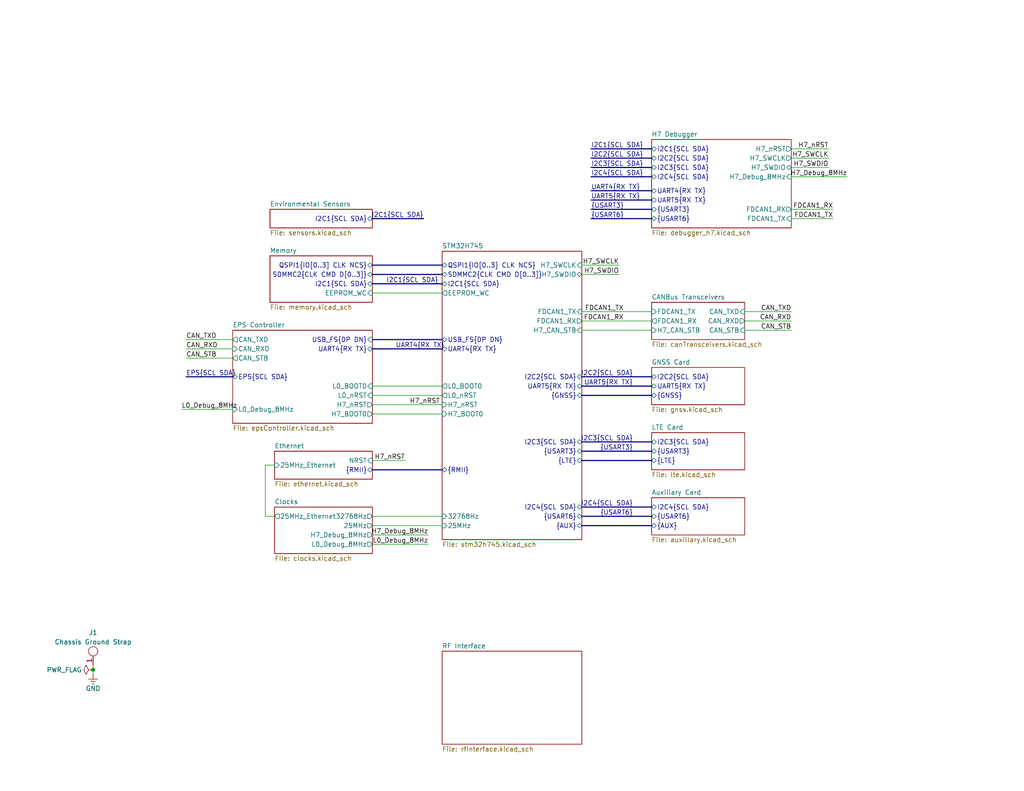
<source format=kicad_sch>
(kicad_sch (version 20250114) (generator "eeschema") (generator_version "9.0")
  (paper "USLetter")
  (title_block (title "System Diagram") (date "2025-03-31") (rev "1") (comment 2 "PROTOTYPE") (comment 3 "2025"))
  (lib_symbols
    (symbol "lib_pwr:GND" (power) (pin_numbers (hide yes)) (pin_names (offset 0) (hide yes))
      (property "Value" "GND" (at 0 -3.81 0))
      (symbol "GND_0_1"
        (polyline (pts (xy -1.27 -1.27) (xy -1.27 -1.27)))
        (polyline (pts (xy -0.635 -1.905) (xy 0.635 -1.905)))
        (polyline (pts (xy -0.254 -2.54) (xy -0.254 -2.54)))
        (polyline (pts (xy -0.254 -2.54) (xy 0.254 -2.54)))
        (polyline (pts (xy 0 0) (xy 0 -1.27)))
        (polyline (pts (xy 1.27 -1.27) (xy -1.27 -1.27)))
      )
      (symbol "GND_1_1"
        (pin power_in line (at 0 0 270) (length 0) (name "~") (number "1"))
      )
    )
    (symbol "lib_pwr:PWR_FLAG" (power) (pin_numbers (hide yes)) (pin_names (offset 0) (hide yes))
      (property "Value" "PWR_FLAG" (at 0 3.81 0))
      (symbol "PWR_FLAG_0_1"
        (polyline (pts (xy 0 1.27) (xy -1.27 1.905) (xy 0 2.54) (xy 1.27 1.905) (xy 0 1.27)))
        (polyline (pts (xy 0 0) (xy 0 1.27)))
      )
      (symbol "PWR_FLAG_1_1"
        (pin power_out line (at 0 0 90) (length 0) (name "~") (number "1"))
      )
    )
    (symbol "lib_sch:Mounting-Hole"
      (property "Reference" "J" (at 0 4.445 0))
      (property "Value" "VAL" (at 0 2.54 0))
      (symbol "Mounting-Hole_0_1"
        (circle (center 0 0) (radius 1.27))
      )
      (symbol "Mounting-Hole_1_1"
        (pin passive line (at 0 -3.81 90) (length 2.54) (name "") (number "1"))
      )
    )
  )
  (bus_alias "USART3" (members "USART3.TX" "USART3.RX" "USART3.CK" "USART3.CTS" "USART3.RTS"))
  (bus_alias "USART6" (members "USART6.TX" "USART6.RX" "USART6.CK" "USART6.CTS" "USART6.RTS"))
  (junction (at 25.4 182.88))
  (bus (pts (xy 161.29 54.61) (xy 177.8 54.61)))
  (wire (pts (xy 101.6 113.03) (xy 120.65 113.03)))
  (wire (pts (xy 215.9 45.72) (xy 226.06 45.72)))
  (wire (pts (xy 101.6 125.73) (xy 110.49 125.73)))
  (wire (pts (xy 101.6 110.49) (xy 120.65 110.49)))
  (wire (pts (xy 203.2 90.17) (xy 215.9 90.17)))
  (bus (pts (xy 158.75 143.51) (xy 177.8 143.51)))
  (bus (pts (xy 161.29 40.64) (xy 177.8 40.64)))
  (bus (pts (xy 161.29 52.07) (xy 177.8 52.07)))
  (wire (pts (xy 215.9 40.64) (xy 226.06 40.64)))
  (wire (pts (xy 158.75 74.93) (xy 168.91 74.93)))
  (wire (pts (xy 158.75 72.39) (xy 168.91 72.39)))
  (bus (pts (xy 161.29 59.69) (xy 177.8 59.69)))
  (wire (pts (xy 215.9 48.26) (xy 231.14 48.26)))
  (wire (pts (xy 63.5 95.25) (xy 50.8 95.25)))
  (bus (pts (xy 161.29 48.26) (xy 177.8 48.26)))
  (bus (pts (xy 101.6 77.47) (xy 120.65 77.47)))
  (bus (pts (xy 161.29 43.18) (xy 177.8 43.18)))
  (wire (pts (xy 101.6 140.97) (xy 120.65 140.97)))
  (bus (pts (xy 158.75 107.95) (xy 177.8 107.95)))
  (bus (pts (xy 161.29 45.72) (xy 177.8 45.72)))
  (wire (pts (xy 215.9 59.69) (xy 227.33 59.69)))
  (wire (pts (xy 63.5 92.71) (xy 50.8 92.71)))
  (wire (pts (xy 25.4 181.61) (xy 25.4 182.88)))
  (bus (pts (xy 158.75 102.87) (xy 177.8 102.87)))
  (bus (pts (xy 50.8 102.87) (xy 63.5 102.87)))
  (wire (pts (xy 74.93 140.97) (xy 72.39 140.97)))
  (bus (pts (xy 101.6 92.71) (xy 120.65 92.71)))
  (wire (pts (xy 72.39 127) (xy 74.93 127)))
  (bus (pts (xy 158.75 138.43) (xy 177.8 138.43)))
  (bus (pts (xy 115.57 59.69) (xy 101.6 59.69)))
  (bus (pts (xy 158.75 125.73) (xy 177.8 125.73)))
  (wire (pts (xy 101.6 107.95) (xy 120.65 107.95)))
  (wire (pts (xy 101.6 80.01) (xy 120.65 80.01)))
  (wire (pts (xy 25.4 184.15) (xy 25.4 182.88)))
  (bus (pts (xy 158.75 105.41) (xy 177.8 105.41)))
  (bus (pts (xy 161.29 57.15) (xy 177.8 57.15)))
  (bus (pts (xy 120.65 128.27) (xy 101.6 128.27)))
  (wire (pts (xy 63.5 97.79) (xy 50.8 97.79)))
  (wire (pts (xy 101.6 105.41) (xy 120.65 105.41)))
  (wire (pts (xy 101.6 143.51) (xy 120.65 143.51)))
  (bus (pts (xy 101.6 72.39) (xy 120.65 72.39)))
  (wire (pts (xy 203.2 87.63) (xy 215.9 87.63)))
  (bus (pts (xy 158.75 120.65) (xy 177.8 120.65)))
  (wire (pts (xy 158.75 87.63) (xy 177.8 87.63)))
  (wire (pts (xy 72.39 140.97) (xy 72.39 127)))
  (wire (pts (xy 215.9 57.15) (xy 227.33 57.15)))
  (wire (pts (xy 158.75 85.09) (xy 177.8 85.09)))
  (bus (pts (xy 101.6 74.93) (xy 120.65 74.93)))
  (wire (pts (xy 203.2 85.09) (xy 215.9 85.09)))
  (wire (pts (xy 215.9 43.18) (xy 226.06 43.18)))
  (bus (pts (xy 158.75 123.19) (xy 177.8 123.19)))
  (wire (pts (xy 158.75 90.17) (xy 177.8 90.17)))
  (wire (pts (xy 101.6 148.59) (xy 116.84 148.59)))
  (wire (pts (xy 101.6 146.05) (xy 116.84 146.05)))
  (wire (pts (xy 49.53 111.76) (xy 63.5 111.76)))
  (bus (pts (xy 158.75 140.97) (xy 177.8 140.97)))
  (bus (pts (xy 101.6 95.25) (xy 120.65 95.25)))
  (label "H7_SWDIO" (at 226.06 45.72 180))
  (label "CAN_TXD" (at 50.8 92.71 0))
  (label "CAN_STB" (at 50.8 97.79 0))
  (label "UART4{RX TX}" (at 161.29 52.07 0))
  (label "{USART6}" (at 172.72 140.97 180))
  (label "CAN_RXD" (at 215.9 87.63 180))
  (label "FDCAN1_RX" (at 227.33 57.15 180))
  (label "UART5{RX TX}" (at 161.29 54.61 0))
  (label "I2C3{SCL SDA}" (at 172.72 120.65 180))
  (label "I2C3{SCL SDA}" (at 161.29 45.72 0))
  (label "H7_SWDIO" (at 168.91 74.93 180))
  (label "H7_nRST" (at 226.06 40.64 180))
  (label "H7_SWCLK" (at 168.91 72.39 180))
  (label "EPS{SCL SDA}" (at 50.8 102.87 0))
  (label "CAN_RXD" (at 50.8 95.25 0))
  (label "FDCAN1_TX" (at 227.33 59.69 180))
  (label "CAN_STB" (at 215.9 90.17 180))
  (label "{USART3}" (at 172.72 123.19 180))
  (label "I2C4{SCL SDA}" (at 172.72 138.43 180))
  (label "UART5{RX TX}" (at 172.72 105.41 180))
  (label "{USART3}" (at 161.29 57.15 0))
  (label "I2C1{SCL SDA}" (at 161.29 40.64 0))
  (label "H7_nRST" (at 111.76 110.49 0))
  (label "L0_Debug_8MHz" (at 116.84 148.59 180))
  (label "I2C2{SCL SDA}" (at 161.29 43.18 0))
  (label "CAN_TXD" (at 215.9 85.09 180))
  (label "FDCAN1_RX" (at 170.18 87.63 180))
  (label "H7_SWCLK" (at 226.06 43.18 180))
  (label "{USART6}" (at 161.29 59.69 0))
  (label "L0_Debug_8MHz" (at 49.53 111.76 0))
  (label "FDCAN1_TX" (at 170.18 85.09 180))
  (label "I2C1{SCL SDA}" (at 115.57 59.69 180))
  (label "H7_Debug_8MHz" (at 116.84 146.05 180))
  (label "H7_nRST" (at 110.49 125.73 180))
  (label "I2C4{SCL SDA}" (at 161.29 48.26 0))
  (label "H7_Debug_8MHz" (at 231.14 48.26 180))
  (label "I2C2{SCL SDA}" (at 172.72 102.87 180))
  (label "UART4{RX TX}" (at 107.95 95.25 0))
  (label "I2C1{SCL SDA}" (at 105.41 77.47 0))
  (symbol (lib_id "lib_sch:Mounting-Hole") (at 25.4 177.8 0) (unit 1)
    (property "Reference" "J1" (at 25.4 172.72 0))
    (property "Value" "Chassis Ground Strap" (at 25.4 175.26 0))
    (property "Footprint" "lib_misc:M4.5-MH" (effects (hide yes)))
    (property "Datasheet" "datasheets/Parker-Chomerics-CHO-STRAP.pdf" (effects (hide yes)))
    (property "Description" "GROUND BRAID FLAT 0.5\" X 0.3'" (effects (hide yes)))
    (property "Manufacturer" "Parker Chomerics" (effects (hide yes)))
    (property "MPN" "L-1011-3" (effects (hide yes)))
    (property "DKPN" "1944-L-1011-3-ND" (effects (hide yes)))
  )
  (symbol (lib_id "lib_pwr:GND") (at 25.4 184.15 0) (unit 1)
    (property "Reference" "#PWR01" (effects (hide yes)))
    (property "Value" "GND" (at 25.4 187.96 0))
  )
  (symbol (lib_id "lib_pwr:PWR_FLAG") (at 25.4 182.88 90) (unit 1)
    (property "Reference" "#FLG01" (effects (hide yes)))
    (property "Value" "PWR_FLAG" (at 22.352 182.88 90) (effects (justify left)))
    (property "Description" "Special symbol for telling ERC where power comes from" (effects (hide yes)))
  )
  (sheet (at 63.5 90.17) (size 38.1 25.4) (stroke (width 0.1524))
    (property "Sheetname" "EPS Controller" (at 63.5 89.4584 0) (effects (justify left bottom)))
    (property "Sheetfile" "epsController.kicad_sch" (at 63.5 116.1546 0) (effects (justify left top)))
    (pin "UART4{RX TX}" bidirectional (at 101.6 95.25 0))
    (pin "L0_BOOT0" input (at 101.6 105.41 0))
    (pin "H7_nRST" output (at 101.6 110.49 0))
    (pin "H7_BOOT0" output (at 101.6 113.03 0))
    (pin "USB_FS{DP DN}" input (at 101.6 92.71 0))
    (pin "CAN_STB" output (at 63.5 97.79 180))
    (pin "EPS{SCL SDA}" bidirectional (at 63.5 102.87 180))
    (pin "L0_nRST" input (at 101.6 107.95 0))
    (pin "L0_Debug_8MHz" input (at 63.5 111.76 180))
    (pin "CAN_TXD" output (at 63.5 92.71 180))
    (pin "CAN_RXD" input (at 63.5 95.25 180))
  )
  (sheet (at 120.65 68.58) (size 38.1 78.74) (stroke (width 0.1524))
    (property "Sheetname" "STM32H745" (at 120.65 67.8684 0) (effects (justify left bottom)))
    (property "Sheetfile" "stm32h745.kicad_sch" (at 120.65 147.9046 0) (effects (justify left top)))
    (pin "I2C1{SCL SDA}" bidirectional (at 120.65 77.47 180))
    (pin "UART5{RX TX}" bidirectional (at 158.75 105.41 0))
    (pin "I2C4{SCL SDA}" bidirectional (at 158.75 138.43 0))
    (pin "USB_FS{DP DN}" bidirectional (at 120.65 92.71 180))
    (pin "32768Hz" input (at 120.65 140.97 180))
    (pin "SDMMC2{CLK CMD D[0..3]}" bidirectional (at 120.65 74.93 180))
    (pin "I2C3{SCL SDA}" bidirectional (at 158.75 120.65 0))
    (pin "QSPI1{IO[0..3] CLK NCS}" bidirectional (at 120.65 72.39 180))
    (pin "UART4{RX TX}" bidirectional (at 120.65 95.25 180))
    (pin "25MHz" input (at 120.65 143.51 180))
    (pin "I2C2{SCL SDA}" bidirectional (at 158.75 102.87 0))
    (pin "{RMII}" bidirectional (at 120.65 128.27 180))
    (pin "{USART6}" bidirectional (at 158.75 140.97 0))
    (pin "{USART3}" bidirectional (at 158.75 123.19 0))
    (pin "{GNSS}" bidirectional (at 158.75 107.95 0))
    (pin "{LTE}" bidirectional (at 158.75 125.73 0))
    (pin "{AUX}" bidirectional (at 158.75 143.51 0))
    (pin "EEPROM_WC" output (at 120.65 80.01 180))
    (pin "L0_BOOT0" output (at 120.65 105.41 180))
    (pin "H7_nRST" input (at 120.65 110.49 180))
    (pin "H7_BOOT0" input (at 120.65 113.03 180))
    (pin "FDCAN1_TX" input (at 158.75 85.09 0))
    (pin "FDCAN1_RX" output (at 158.75 87.63 0))
    (pin "H7_CAN_STB" input (at 158.75 90.17 0))
    (pin "L0_nRST" output (at 120.65 107.95 180))
    (pin "H7_SWDIO" bidirectional (at 158.75 74.93 0))
    (pin "H7_SWCLK" input (at 158.75 72.39 0))
  )
  (sheet (at 73.66 57.15) (size 27.94 5.08) (stroke (width 0.1524))
    (property "Sheetname" "Environmental Sensors" (at 73.66 56.4384 0) (effects (justify left bottom)))
    (property "Sheetfile" "sensors.kicad_sch" (at 73.66 62.8146 0) (effects (justify left top)))
    (pin "I2C1{SCL SDA}" bidirectional (at 101.6 59.69 0))
  )
  (sheet (at 177.8 135.89) (size 25.4 10.16) (stroke (width 0.1524))
    (property "Sheetname" "Auxiliary Card" (at 177.8 135.1784 0) (effects (justify left bottom)))
    (property "Sheetfile" "auxillary.kicad_sch" (at 177.8 146.6346 0) (effects (justify left top)))
    (pin "I2C4{SCL SDA}" bidirectional (at 177.8 138.43 180))
    (pin "{USART6}" bidirectional (at 177.8 140.97 180))
    (pin "{AUX}" bidirectional (at 177.8 143.51 180))
  )
  (sheet (at 74.93 123.19) (size 26.67 7.62) (stroke (width 0.1524))
    (property "Sheetname" "Ethernet" (at 74.93 122.4784 0) (effects (justify left bottom)))
    (property "Sheetfile" "ethernet.kicad_sch" (at 74.93 131.3946 0) (effects (justify left top)))
    (pin "NRST" input (at 101.6 125.73 0))
    (pin "25MHz_Ethernet" input (at 74.93 127 180))
    (pin "{RMII}" bidirectional (at 101.6 128.27 0))
  )
  (sheet (at 74.93 138.43) (size 26.67 12.7) (stroke (width 0.1524))
    (property "Sheetname" "Clocks" (at 74.93 137.7184 0) (effects (justify left bottom)))
    (property "Sheetfile" "clocks.kicad_sch" (at 74.93 151.7146 0) (effects (justify left top)))
    (pin "32768Hz" output (at 101.6 140.97 0))
    (pin "25MHz" output (at 101.6 143.51 0))
    (pin "25MHz_Ethernet" output (at 74.93 140.97 180))
    (pin "L0_Debug_8MHz" output (at 101.6 148.59 0))
    (pin "H7_Debug_8MHz" output (at 101.6 146.05 0))
  )
  (sheet (at 177.8 118.11) (size 25.4 10.16) (stroke (width 0.1524))
    (property "Sheetname" "LTE Card" (at 177.8 117.3984 0) (effects (justify left bottom)))
    (property "Sheetfile" "lte.kicad_sch" (at 177.8 128.8546 0) (effects (justify left top)))
    (pin "I2C3{SCL SDA}" bidirectional (at 177.8 120.65 180))
    (pin "{USART3}" bidirectional (at 177.8 123.19 180))
    (pin "{LTE}" bidirectional (at 177.8 125.73 180))
  )
  (sheet (at 120.65 177.8) (size 38.1 25.4) (stroke (width 0.1524))
    (property "Sheetname" "RF Interface" (at 120.65 177.0884 0) (effects (justify left bottom)))
    (property "Sheetfile" "rfInterface.kicad_sch" (at 120.65 203.7846 0) (effects (justify left top)))
  )
  (sheet (at 177.8 100.33) (size 25.4 10.16) (stroke (width 0.1524))
    (property "Sheetname" "GNSS Card" (at 177.8 99.6184 0) (effects (justify left bottom)))
    (property "Sheetfile" "gnss.kicad_sch" (at 177.8 111.0746 0) (effects (justify left top)))
    (pin "I2C2{SCL SDA}" bidirectional (at 177.8 102.87 180))
    (pin "UART5{RX TX}" bidirectional (at 177.8 105.41 180))
    (pin "{GNSS}" bidirectional (at 177.8 107.95 180))
  )
  (sheet (at 73.66 69.85) (size 27.94 12.7) (stroke (width 0.1524))
    (property "Sheetname" "Memory" (at 73.66 69.1384 0) (effects (justify left bottom)))
    (property "Sheetfile" "memory.kicad_sch" (at 73.66 83.1346 0) (effects (justify left top)))
    (pin "EEPROM_WC" input (at 101.6 80.01 0))
    (pin "SDMMC2{CLK CMD D[0..3]}" bidirectional (at 101.6 74.93 0))
    (pin "I2C1{SCL SDA}" bidirectional (at 101.6 77.47 0))
    (pin "QSPI1{IO[0..3] CLK NCS}" bidirectional (at 101.6 72.39 0))
  )
  (sheet (at 177.8 38.1) (size 38.1 24.13) (stroke (width 0.1524))
    (property "Sheetname" "H7 Debugger" (at 177.8 37.3884 0) (effects (justify left bottom)))
    (property "Sheetfile" "debugger_h7.kicad_sch" (at 177.8 62.8146 0) (effects (justify left top)))
    (pin "I2C4{SCL SDA}" bidirectional (at 177.8 48.26 180))
    (pin "UART5{RX TX}" bidirectional (at 177.8 54.61 180))
    (pin "H7_SWCLK" output (at 215.9 43.18 0))
    (pin "FDCAN1_TX" input (at 215.9 59.69 0))
    (pin "{USART6}" bidirectional (at 177.8 59.69 180))
    (pin "UART4{RX TX}" bidirectional (at 177.8 52.07 180))
    (pin "H7_SWDIO" bidirectional (at 215.9 45.72 0))
    (pin "H7_Debug_8MHz" input (at 215.9 48.26 0))
    (pin "FDCAN1_RX" output (at 215.9 57.15 0))
    (pin "I2C1{SCL SDA}" bidirectional (at 177.8 40.64 180))
    (pin "I2C2{SCL SDA}" bidirectional (at 177.8 43.18 180))
    (pin "{USART3}" bidirectional (at 177.8 57.15 180))
    (pin "I2C3{SCL SDA}" bidirectional (at 177.8 45.72 180))
    (pin "H7_nRST" output (at 215.9 40.64 0))
  )
  (sheet (at 177.8 82.55) (size 25.4 10.16) (stroke (width 0.1524))
    (property "Sheetname" "CANBus Transceivers" (at 177.8 81.8384 0) (effects (justify left bottom)))
    (property "Sheetfile" "canTransceivers.kicad_sch" (at 177.8 93.2946 0) (effects (justify left top)))
    (pin "CAN_STB" input (at 203.2 90.17 0))
    (pin "H7_CAN_STB" input (at 177.8 90.17 180))
    (pin "CAN_RXD" output (at 203.2 87.63 0))
    (pin "CAN_TXD" input (at 203.2 85.09 0))
    (pin "FDCAN1_TX" input (at 177.8 85.09 180))
    (pin "FDCAN1_RX" output (at 177.8 87.63 180))
  )
)
</source>
